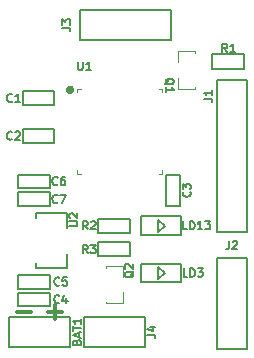
<source format=gbr>
G04 #@! TF.GenerationSoftware,KiCad,Pcbnew,5.0.2+dfsg1-1*
G04 #@! TF.CreationDate,2019-07-19T17:38:54+02:00*
G04 #@! TF.ProjectId,AutoGardener_Outdoor,4175746f-4761-4726-9465-6e65725f4f75,rev?*
G04 #@! TF.SameCoordinates,Original*
G04 #@! TF.FileFunction,Legend,Top*
G04 #@! TF.FilePolarity,Positive*
%FSLAX46Y46*%
G04 Gerber Fmt 4.6, Leading zero omitted, Abs format (unit mm)*
G04 Created by KiCad (PCBNEW 5.0.2+dfsg1-1) date Pá 19. července 2019, 17:38:54 CEST*
%MOMM*%
%LPD*%
G01*
G04 APERTURE LIST*
%ADD10C,0.300000*%
%ADD11C,0.120000*%
%ADD12C,0.150000*%
%ADD13C,0.500000*%
G04 APERTURE END LIST*
D10*
X181828571Y-146307142D02*
X182971428Y-146307142D01*
X184428571Y-146307142D02*
X185571428Y-146307142D01*
X185000000Y-146878571D02*
X185000000Y-145735714D01*
D11*
G04 #@! TO.C,Q1*
X196900000Y-124220000D02*
X196900000Y-124360000D01*
X195440000Y-124220000D02*
X196900000Y-124220000D01*
X196900000Y-127380000D02*
X196900000Y-127240000D01*
X195440000Y-127380000D02*
X196900000Y-127380000D01*
X195440000Y-127380000D02*
X195440000Y-126450000D01*
X195440000Y-124220000D02*
X195440000Y-125150000D01*
D12*
G04 #@! TO.C,BAT1*
X181100000Y-146700000D02*
X181200000Y-146700000D01*
X181100000Y-149300000D02*
X181100000Y-146700000D01*
X186300000Y-149300000D02*
X181100000Y-149300000D01*
X186300000Y-146700000D02*
X186300000Y-149300000D01*
X181200000Y-146700000D02*
X186300000Y-146700000D01*
G04 #@! TO.C,J4*
X192550000Y-149300000D02*
X187450000Y-149300000D01*
X187450000Y-149300000D02*
X187450000Y-146700000D01*
X187450000Y-146700000D02*
X192650000Y-146700000D01*
X192650000Y-146700000D02*
X192650000Y-149300000D01*
X192650000Y-149300000D02*
X192550000Y-149300000D01*
G04 #@! TO.C,J2*
X201300000Y-149400000D02*
X201300000Y-141700000D01*
X198700000Y-149400000D02*
X201300000Y-149400000D01*
X198700000Y-141700000D02*
X198700000Y-149400000D01*
X201300000Y-141700000D02*
X198700000Y-141700000D01*
G04 #@! TO.C,J3*
X194800000Y-123300000D02*
X194800000Y-120700000D01*
X194800000Y-120700000D02*
X187100000Y-120700000D01*
X187100000Y-120700000D02*
X187100000Y-123300000D01*
X187100000Y-123300000D02*
X194800000Y-123300000D01*
G04 #@! TO.C,J1*
X201300000Y-126700000D02*
X198700000Y-126700000D01*
X198700000Y-126700000D02*
X198700000Y-139500000D01*
X198700000Y-139500000D02*
X201300000Y-139500000D01*
X201300000Y-139500000D02*
X201300000Y-126700000D01*
G04 #@! TO.C,LD3*
X194300000Y-143000000D02*
X193700000Y-143500000D01*
X193700000Y-142500000D02*
X194300000Y-143000000D01*
X193700000Y-143500000D02*
X193700000Y-142500000D01*
X195700000Y-142200000D02*
X195700000Y-143800000D01*
X192300000Y-142200000D02*
X195700000Y-142200000D01*
X192300000Y-143800000D02*
X192300000Y-142200000D01*
X195700000Y-143800000D02*
X192300000Y-143800000D01*
G04 #@! TO.C,LD13*
X195700000Y-139800000D02*
X192300000Y-139800000D01*
X192300000Y-139800000D02*
X192300000Y-138200000D01*
X192300000Y-138200000D02*
X195700000Y-138200000D01*
X195700000Y-138200000D02*
X195700000Y-139800000D01*
X193700000Y-139500000D02*
X193700000Y-138500000D01*
X193700000Y-138500000D02*
X194300000Y-139000000D01*
X194300000Y-139000000D02*
X193700000Y-139500000D01*
G04 #@! TO.C,C1*
X184925000Y-128775000D02*
X182275000Y-128775000D01*
X182275000Y-128775000D02*
X182275000Y-127625000D01*
X182275000Y-127625000D02*
X184925000Y-127625000D01*
X184925000Y-127625000D02*
X184925000Y-128775000D01*
G04 #@! TO.C,C2*
X184925000Y-130825000D02*
X184925000Y-131975000D01*
X182275000Y-130825000D02*
X184925000Y-130825000D01*
X182275000Y-131975000D02*
X182275000Y-130825000D01*
X184925000Y-131975000D02*
X182275000Y-131975000D01*
G04 #@! TO.C,C3*
X195575000Y-134675000D02*
X195575000Y-137325000D01*
X195575000Y-137325000D02*
X194425000Y-137325000D01*
X194425000Y-137325000D02*
X194425000Y-134675000D01*
X194425000Y-134675000D02*
X195575000Y-134675000D01*
G04 #@! TO.C,C4*
X184575000Y-144675000D02*
X184575000Y-145825000D01*
X181925000Y-144675000D02*
X184575000Y-144675000D01*
X181925000Y-145825000D02*
X181925000Y-144675000D01*
X184575000Y-145825000D02*
X181925000Y-145825000D01*
G04 #@! TO.C,C5*
X184575000Y-144325000D02*
X181925000Y-144325000D01*
X181925000Y-144325000D02*
X181925000Y-143175000D01*
X181925000Y-143175000D02*
X184575000Y-143175000D01*
X184575000Y-143175000D02*
X184575000Y-144325000D01*
G04 #@! TO.C,C7*
X184575000Y-136175000D02*
X184575000Y-137325000D01*
X181925000Y-136175000D02*
X184575000Y-136175000D01*
X181925000Y-137325000D02*
X181925000Y-136175000D01*
X184575000Y-137325000D02*
X181925000Y-137325000D01*
G04 #@! TO.C,C6*
X184575000Y-135825000D02*
X181925000Y-135825000D01*
X181925000Y-135825000D02*
X181925000Y-134675000D01*
X181925000Y-134675000D02*
X184575000Y-134675000D01*
X184575000Y-134675000D02*
X184575000Y-135825000D01*
G04 #@! TO.C,R1*
X198350000Y-124500000D02*
X201050000Y-124500000D01*
X198350000Y-125700000D02*
X201050000Y-125700000D01*
X198350000Y-124500000D02*
X198350000Y-125700000D01*
X201050000Y-124500000D02*
X201050000Y-125700000D01*
G04 #@! TO.C,R2*
X191350000Y-138400000D02*
X191350000Y-139600000D01*
X188650000Y-138400000D02*
X188650000Y-139600000D01*
X188650000Y-139600000D02*
X191350000Y-139600000D01*
X188650000Y-138400000D02*
X191350000Y-138400000D01*
G04 #@! TO.C,R3*
X188650000Y-140400000D02*
X191350000Y-140400000D01*
X188650000Y-141600000D02*
X191350000Y-141600000D01*
X188650000Y-140400000D02*
X188650000Y-141600000D01*
X191350000Y-140400000D02*
X191350000Y-141600000D01*
D11*
G04 #@! TO.C,U1*
X193810000Y-134610000D02*
X194110000Y-134610000D01*
X194110000Y-134610000D02*
X194110000Y-134310000D01*
X187190000Y-134610000D02*
X186890000Y-134610000D01*
X186890000Y-134610000D02*
X186890000Y-134310000D01*
X193810000Y-127390000D02*
X194110000Y-127390000D01*
X194110000Y-127390000D02*
X194110000Y-127690000D01*
X187190000Y-127390000D02*
X186890000Y-127390000D01*
X186890000Y-127390000D02*
X186890000Y-127690000D01*
D12*
X186582843Y-127500000D02*
G75*
G03X186582843Y-127500000I-282843J0D01*
G01*
X186441421Y-127500000D02*
G75*
G03X186441421Y-127500000I-141421J0D01*
G01*
D13*
X186400000Y-127500000D02*
G75*
G03X186400000Y-127500000I-100000J0D01*
G01*
D11*
G04 #@! TO.C,Q2*
X190760000Y-145580000D02*
X190760000Y-144650000D01*
X190760000Y-142420000D02*
X190760000Y-143350000D01*
X190760000Y-142420000D02*
X189300000Y-142420000D01*
X189300000Y-142420000D02*
X189300000Y-142560000D01*
X190760000Y-145580000D02*
X189300000Y-145580000D01*
X189300000Y-145580000D02*
X189300000Y-145440000D01*
D12*
G04 #@! TO.C,U2*
X186050000Y-137950000D02*
X183450000Y-137950000D01*
X183450000Y-142550000D02*
X186050000Y-142550000D01*
X186050000Y-137950000D02*
X186050000Y-139150000D01*
X186050000Y-141350000D02*
X186050000Y-142550000D01*
X183450000Y-142550000D02*
X183450000Y-142150000D01*
X183450000Y-138350000D02*
X183450000Y-137950000D01*
G04 #@! TO.C,Q1*
X194316666Y-127033333D02*
X194350000Y-126966666D01*
X194416666Y-126900000D01*
X194516666Y-126800000D01*
X194550000Y-126733333D01*
X194550000Y-126666666D01*
X194383333Y-126700000D02*
X194416666Y-126633333D01*
X194483333Y-126566666D01*
X194616666Y-126533333D01*
X194850000Y-126533333D01*
X194983333Y-126566666D01*
X195050000Y-126633333D01*
X195083333Y-126700000D01*
X195083333Y-126833333D01*
X195050000Y-126900000D01*
X194983333Y-126966666D01*
X194850000Y-127000000D01*
X194616666Y-127000000D01*
X194483333Y-126966666D01*
X194416666Y-126900000D01*
X194383333Y-126833333D01*
X194383333Y-126700000D01*
X194383333Y-127666666D02*
X194383333Y-127266666D01*
X194383333Y-127466666D02*
X195083333Y-127466666D01*
X194983333Y-127400000D01*
X194916666Y-127333333D01*
X194883333Y-127266666D01*
G04 #@! TO.C,BAT1*
X186850000Y-148850000D02*
X186883333Y-148750000D01*
X186916666Y-148716666D01*
X186983333Y-148683333D01*
X187083333Y-148683333D01*
X187150000Y-148716666D01*
X187183333Y-148750000D01*
X187216666Y-148816666D01*
X187216666Y-149083333D01*
X186516666Y-149083333D01*
X186516666Y-148850000D01*
X186550000Y-148783333D01*
X186583333Y-148750000D01*
X186650000Y-148716666D01*
X186716666Y-148716666D01*
X186783333Y-148750000D01*
X186816666Y-148783333D01*
X186850000Y-148850000D01*
X186850000Y-149083333D01*
X187016666Y-148416666D02*
X187016666Y-148083333D01*
X187216666Y-148483333D02*
X186516666Y-148250000D01*
X187216666Y-148016666D01*
X186516666Y-147883333D02*
X186516666Y-147483333D01*
X187216666Y-147683333D02*
X186516666Y-147683333D01*
X187216666Y-146883333D02*
X187216666Y-147283333D01*
X187216666Y-147083333D02*
X186516666Y-147083333D01*
X186616666Y-147150000D01*
X186683333Y-147216666D01*
X186716666Y-147283333D01*
G04 #@! TO.C,J4*
X192816666Y-148233333D02*
X193316666Y-148233333D01*
X193416666Y-148266666D01*
X193483333Y-148333333D01*
X193516666Y-148433333D01*
X193516666Y-148500000D01*
X193050000Y-147600000D02*
X193516666Y-147600000D01*
X192783333Y-147766666D02*
X193283333Y-147933333D01*
X193283333Y-147500000D01*
G04 #@! TO.C,J2*
X199766666Y-140286666D02*
X199766666Y-140786666D01*
X199733333Y-140886666D01*
X199666666Y-140953333D01*
X199566666Y-140986666D01*
X199500000Y-140986666D01*
X200066666Y-140353333D02*
X200100000Y-140320000D01*
X200166666Y-140286666D01*
X200333333Y-140286666D01*
X200400000Y-140320000D01*
X200433333Y-140353333D01*
X200466666Y-140420000D01*
X200466666Y-140486666D01*
X200433333Y-140586666D01*
X200033333Y-140986666D01*
X200466666Y-140986666D01*
G04 #@! TO.C,J3*
X185616666Y-122233333D02*
X186116666Y-122233333D01*
X186216666Y-122266666D01*
X186283333Y-122333333D01*
X186316666Y-122433333D01*
X186316666Y-122500000D01*
X185616666Y-121966666D02*
X185616666Y-121533333D01*
X185883333Y-121766666D01*
X185883333Y-121666666D01*
X185916666Y-121600000D01*
X185950000Y-121566666D01*
X186016666Y-121533333D01*
X186183333Y-121533333D01*
X186250000Y-121566666D01*
X186283333Y-121600000D01*
X186316666Y-121666666D01*
X186316666Y-121866666D01*
X186283333Y-121933333D01*
X186250000Y-121966666D01*
G04 #@! TO.C,J1*
X197616666Y-128233333D02*
X198116666Y-128233333D01*
X198216666Y-128266666D01*
X198283333Y-128333333D01*
X198316666Y-128433333D01*
X198316666Y-128500000D01*
X198316666Y-127533333D02*
X198316666Y-127933333D01*
X198316666Y-127733333D02*
X197616666Y-127733333D01*
X197716666Y-127800000D01*
X197783333Y-127866666D01*
X197816666Y-127933333D01*
G04 #@! TO.C,LD3*
X196233333Y-143316666D02*
X195900000Y-143316666D01*
X195900000Y-142616666D01*
X196466666Y-143316666D02*
X196466666Y-142616666D01*
X196633333Y-142616666D01*
X196733333Y-142650000D01*
X196800000Y-142716666D01*
X196833333Y-142783333D01*
X196866666Y-142916666D01*
X196866666Y-143016666D01*
X196833333Y-143150000D01*
X196800000Y-143216666D01*
X196733333Y-143283333D01*
X196633333Y-143316666D01*
X196466666Y-143316666D01*
X197100000Y-142616666D02*
X197533333Y-142616666D01*
X197300000Y-142883333D01*
X197400000Y-142883333D01*
X197466666Y-142916666D01*
X197500000Y-142950000D01*
X197533333Y-143016666D01*
X197533333Y-143183333D01*
X197500000Y-143250000D01*
X197466666Y-143283333D01*
X197400000Y-143316666D01*
X197200000Y-143316666D01*
X197133333Y-143283333D01*
X197100000Y-143250000D01*
G04 #@! TO.C,LD13*
X196200000Y-139316666D02*
X195866666Y-139316666D01*
X195866666Y-138616666D01*
X196433333Y-139316666D02*
X196433333Y-138616666D01*
X196600000Y-138616666D01*
X196700000Y-138650000D01*
X196766666Y-138716666D01*
X196800000Y-138783333D01*
X196833333Y-138916666D01*
X196833333Y-139016666D01*
X196800000Y-139150000D01*
X196766666Y-139216666D01*
X196700000Y-139283333D01*
X196600000Y-139316666D01*
X196433333Y-139316666D01*
X197500000Y-139316666D02*
X197100000Y-139316666D01*
X197300000Y-139316666D02*
X197300000Y-138616666D01*
X197233333Y-138716666D01*
X197166666Y-138783333D01*
X197100000Y-138816666D01*
X197733333Y-138616666D02*
X198166666Y-138616666D01*
X197933333Y-138883333D01*
X198033333Y-138883333D01*
X198100000Y-138916666D01*
X198133333Y-138950000D01*
X198166666Y-139016666D01*
X198166666Y-139183333D01*
X198133333Y-139250000D01*
X198100000Y-139283333D01*
X198033333Y-139316666D01*
X197833333Y-139316666D01*
X197766666Y-139283333D01*
X197733333Y-139250000D01*
G04 #@! TO.C,C1*
X181383333Y-128450000D02*
X181350000Y-128483333D01*
X181250000Y-128516666D01*
X181183333Y-128516666D01*
X181083333Y-128483333D01*
X181016666Y-128416666D01*
X180983333Y-128350000D01*
X180950000Y-128216666D01*
X180950000Y-128116666D01*
X180983333Y-127983333D01*
X181016666Y-127916666D01*
X181083333Y-127850000D01*
X181183333Y-127816666D01*
X181250000Y-127816666D01*
X181350000Y-127850000D01*
X181383333Y-127883333D01*
X182050000Y-128516666D02*
X181650000Y-128516666D01*
X181850000Y-128516666D02*
X181850000Y-127816666D01*
X181783333Y-127916666D01*
X181716666Y-127983333D01*
X181650000Y-128016666D01*
G04 #@! TO.C,C2*
X181383333Y-131650000D02*
X181350000Y-131683333D01*
X181250000Y-131716666D01*
X181183333Y-131716666D01*
X181083333Y-131683333D01*
X181016666Y-131616666D01*
X180983333Y-131550000D01*
X180950000Y-131416666D01*
X180950000Y-131316666D01*
X180983333Y-131183333D01*
X181016666Y-131116666D01*
X181083333Y-131050000D01*
X181183333Y-131016666D01*
X181250000Y-131016666D01*
X181350000Y-131050000D01*
X181383333Y-131083333D01*
X181650000Y-131083333D02*
X181683333Y-131050000D01*
X181750000Y-131016666D01*
X181916666Y-131016666D01*
X181983333Y-131050000D01*
X182016666Y-131083333D01*
X182050000Y-131150000D01*
X182050000Y-131216666D01*
X182016666Y-131316666D01*
X181616666Y-131716666D01*
X182050000Y-131716666D01*
G04 #@! TO.C,C3*
X196450000Y-136116666D02*
X196483333Y-136150000D01*
X196516666Y-136250000D01*
X196516666Y-136316666D01*
X196483333Y-136416666D01*
X196416666Y-136483333D01*
X196350000Y-136516666D01*
X196216666Y-136550000D01*
X196116666Y-136550000D01*
X195983333Y-136516666D01*
X195916666Y-136483333D01*
X195850000Y-136416666D01*
X195816666Y-136316666D01*
X195816666Y-136250000D01*
X195850000Y-136150000D01*
X195883333Y-136116666D01*
X195816666Y-135883333D02*
X195816666Y-135450000D01*
X196083333Y-135683333D01*
X196083333Y-135583333D01*
X196116666Y-135516666D01*
X196150000Y-135483333D01*
X196216666Y-135450000D01*
X196383333Y-135450000D01*
X196450000Y-135483333D01*
X196483333Y-135516666D01*
X196516666Y-135583333D01*
X196516666Y-135783333D01*
X196483333Y-135850000D01*
X196450000Y-135883333D01*
G04 #@! TO.C,C4*
X185383333Y-145500000D02*
X185350000Y-145533333D01*
X185250000Y-145566666D01*
X185183333Y-145566666D01*
X185083333Y-145533333D01*
X185016666Y-145466666D01*
X184983333Y-145400000D01*
X184950000Y-145266666D01*
X184950000Y-145166666D01*
X184983333Y-145033333D01*
X185016666Y-144966666D01*
X185083333Y-144900000D01*
X185183333Y-144866666D01*
X185250000Y-144866666D01*
X185350000Y-144900000D01*
X185383333Y-144933333D01*
X185983333Y-145100000D02*
X185983333Y-145566666D01*
X185816666Y-144833333D02*
X185650000Y-145333333D01*
X186083333Y-145333333D01*
G04 #@! TO.C,C5*
X185383333Y-144000000D02*
X185350000Y-144033333D01*
X185250000Y-144066666D01*
X185183333Y-144066666D01*
X185083333Y-144033333D01*
X185016666Y-143966666D01*
X184983333Y-143900000D01*
X184950000Y-143766666D01*
X184950000Y-143666666D01*
X184983333Y-143533333D01*
X185016666Y-143466666D01*
X185083333Y-143400000D01*
X185183333Y-143366666D01*
X185250000Y-143366666D01*
X185350000Y-143400000D01*
X185383333Y-143433333D01*
X186016666Y-143366666D02*
X185683333Y-143366666D01*
X185650000Y-143700000D01*
X185683333Y-143666666D01*
X185750000Y-143633333D01*
X185916666Y-143633333D01*
X185983333Y-143666666D01*
X186016666Y-143700000D01*
X186050000Y-143766666D01*
X186050000Y-143933333D01*
X186016666Y-144000000D01*
X185983333Y-144033333D01*
X185916666Y-144066666D01*
X185750000Y-144066666D01*
X185683333Y-144033333D01*
X185650000Y-144000000D01*
G04 #@! TO.C,C7*
X185233333Y-137000000D02*
X185200000Y-137033333D01*
X185100000Y-137066666D01*
X185033333Y-137066666D01*
X184933333Y-137033333D01*
X184866666Y-136966666D01*
X184833333Y-136900000D01*
X184800000Y-136766666D01*
X184800000Y-136666666D01*
X184833333Y-136533333D01*
X184866666Y-136466666D01*
X184933333Y-136400000D01*
X185033333Y-136366666D01*
X185100000Y-136366666D01*
X185200000Y-136400000D01*
X185233333Y-136433333D01*
X185466666Y-136366666D02*
X185933333Y-136366666D01*
X185633333Y-137066666D01*
G04 #@! TO.C,C6*
X185233333Y-135500000D02*
X185200000Y-135533333D01*
X185100000Y-135566666D01*
X185033333Y-135566666D01*
X184933333Y-135533333D01*
X184866666Y-135466666D01*
X184833333Y-135400000D01*
X184800000Y-135266666D01*
X184800000Y-135166666D01*
X184833333Y-135033333D01*
X184866666Y-134966666D01*
X184933333Y-134900000D01*
X185033333Y-134866666D01*
X185100000Y-134866666D01*
X185200000Y-134900000D01*
X185233333Y-134933333D01*
X185833333Y-134866666D02*
X185700000Y-134866666D01*
X185633333Y-134900000D01*
X185600000Y-134933333D01*
X185533333Y-135033333D01*
X185500000Y-135166666D01*
X185500000Y-135433333D01*
X185533333Y-135500000D01*
X185566666Y-135533333D01*
X185633333Y-135566666D01*
X185766666Y-135566666D01*
X185833333Y-135533333D01*
X185866666Y-135500000D01*
X185900000Y-135433333D01*
X185900000Y-135266666D01*
X185866666Y-135200000D01*
X185833333Y-135166666D01*
X185766666Y-135133333D01*
X185633333Y-135133333D01*
X185566666Y-135166666D01*
X185533333Y-135200000D01*
X185500000Y-135266666D01*
G04 #@! TO.C,R1*
X199583333Y-124316666D02*
X199350000Y-123983333D01*
X199183333Y-124316666D02*
X199183333Y-123616666D01*
X199450000Y-123616666D01*
X199516666Y-123650000D01*
X199550000Y-123683333D01*
X199583333Y-123750000D01*
X199583333Y-123850000D01*
X199550000Y-123916666D01*
X199516666Y-123950000D01*
X199450000Y-123983333D01*
X199183333Y-123983333D01*
X200250000Y-124316666D02*
X199850000Y-124316666D01*
X200050000Y-124316666D02*
X200050000Y-123616666D01*
X199983333Y-123716666D01*
X199916666Y-123783333D01*
X199850000Y-123816666D01*
G04 #@! TO.C,R2*
X187783333Y-139316666D02*
X187550000Y-138983333D01*
X187383333Y-139316666D02*
X187383333Y-138616666D01*
X187650000Y-138616666D01*
X187716666Y-138650000D01*
X187750000Y-138683333D01*
X187783333Y-138750000D01*
X187783333Y-138850000D01*
X187750000Y-138916666D01*
X187716666Y-138950000D01*
X187650000Y-138983333D01*
X187383333Y-138983333D01*
X188050000Y-138683333D02*
X188083333Y-138650000D01*
X188150000Y-138616666D01*
X188316666Y-138616666D01*
X188383333Y-138650000D01*
X188416666Y-138683333D01*
X188450000Y-138750000D01*
X188450000Y-138816666D01*
X188416666Y-138916666D01*
X188016666Y-139316666D01*
X188450000Y-139316666D01*
G04 #@! TO.C,R3*
X187783333Y-141316666D02*
X187550000Y-140983333D01*
X187383333Y-141316666D02*
X187383333Y-140616666D01*
X187650000Y-140616666D01*
X187716666Y-140650000D01*
X187750000Y-140683333D01*
X187783333Y-140750000D01*
X187783333Y-140850000D01*
X187750000Y-140916666D01*
X187716666Y-140950000D01*
X187650000Y-140983333D01*
X187383333Y-140983333D01*
X188016666Y-140616666D02*
X188450000Y-140616666D01*
X188216666Y-140883333D01*
X188316666Y-140883333D01*
X188383333Y-140916666D01*
X188416666Y-140950000D01*
X188450000Y-141016666D01*
X188450000Y-141183333D01*
X188416666Y-141250000D01*
X188383333Y-141283333D01*
X188316666Y-141316666D01*
X188116666Y-141316666D01*
X188050000Y-141283333D01*
X188016666Y-141250000D01*
G04 #@! TO.C,U1*
X186966666Y-125116666D02*
X186966666Y-125683333D01*
X187000000Y-125750000D01*
X187033333Y-125783333D01*
X187100000Y-125816666D01*
X187233333Y-125816666D01*
X187300000Y-125783333D01*
X187333333Y-125750000D01*
X187366666Y-125683333D01*
X187366666Y-125116666D01*
X188066666Y-125816666D02*
X187666666Y-125816666D01*
X187866666Y-125816666D02*
X187866666Y-125116666D01*
X187800000Y-125216666D01*
X187733333Y-125283333D01*
X187666666Y-125316666D01*
G04 #@! TO.C,Q2*
X191683333Y-142866666D02*
X191650000Y-142933333D01*
X191583333Y-143000000D01*
X191483333Y-143100000D01*
X191450000Y-143166666D01*
X191450000Y-143233333D01*
X191616666Y-143200000D02*
X191583333Y-143266666D01*
X191516666Y-143333333D01*
X191383333Y-143366666D01*
X191150000Y-143366666D01*
X191016666Y-143333333D01*
X190950000Y-143266666D01*
X190916666Y-143200000D01*
X190916666Y-143066666D01*
X190950000Y-143000000D01*
X191016666Y-142933333D01*
X191150000Y-142900000D01*
X191383333Y-142900000D01*
X191516666Y-142933333D01*
X191583333Y-143000000D01*
X191616666Y-143066666D01*
X191616666Y-143200000D01*
X190983333Y-142633333D02*
X190950000Y-142600000D01*
X190916666Y-142533333D01*
X190916666Y-142366666D01*
X190950000Y-142300000D01*
X190983333Y-142266666D01*
X191050000Y-142233333D01*
X191116666Y-142233333D01*
X191216666Y-142266666D01*
X191616666Y-142666666D01*
X191616666Y-142233333D01*
G04 #@! TO.C,U2*
X186216666Y-139033333D02*
X186783333Y-139033333D01*
X186850000Y-139000000D01*
X186883333Y-138966666D01*
X186916666Y-138900000D01*
X186916666Y-138766666D01*
X186883333Y-138700000D01*
X186850000Y-138666666D01*
X186783333Y-138633333D01*
X186216666Y-138633333D01*
X186283333Y-138333333D02*
X186250000Y-138300000D01*
X186216666Y-138233333D01*
X186216666Y-138066666D01*
X186250000Y-138000000D01*
X186283333Y-137966666D01*
X186350000Y-137933333D01*
X186416666Y-137933333D01*
X186516666Y-137966666D01*
X186916666Y-138366666D01*
X186916666Y-137933333D01*
G04 #@! TD*
M02*

</source>
